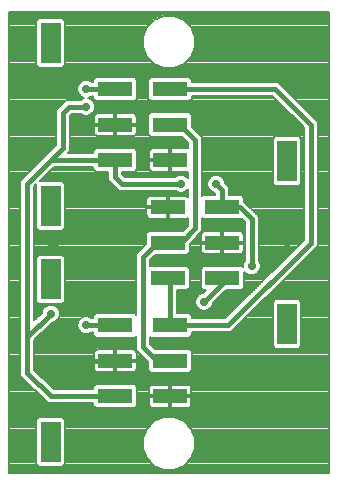
<source format=gbl>
G75*
G70*
%OFA0B0*%
%FSLAX24Y24*%
%IPPOS*%
%LPD*%
%AMOC8*
5,1,8,0,0,1.08239X$1,22.5*
%
%ADD10R,0.1150X0.0500*%
%ADD11R,0.0650X0.1350*%
%ADD12C,0.0160*%
%ADD13C,0.0290*%
%ADD14C,0.0070*%
D10*
X025730Y002897D03*
X027553Y002897D03*
X027553Y004078D03*
X025730Y004078D03*
X025730Y005259D03*
X027553Y005259D03*
X027474Y006834D03*
X029297Y006834D03*
X029297Y008015D03*
X027474Y008015D03*
X027474Y009196D03*
X029297Y009196D03*
X027553Y010771D03*
X025730Y010771D03*
X025730Y011952D03*
X027553Y011952D03*
X027553Y013133D03*
X025730Y013133D03*
D11*
X023577Y014662D03*
X031451Y010725D03*
X023577Y009242D03*
X023577Y006788D03*
X031451Y005305D03*
X023577Y001368D03*
D12*
X023577Y002897D02*
X025730Y002897D01*
X025151Y004078D02*
X024758Y004078D01*
X026648Y004551D02*
X026648Y007543D01*
X027120Y008015D01*
X027474Y008015D01*
X027907Y008015D01*
X028380Y008488D01*
X028380Y011440D01*
X027868Y011952D01*
X027553Y011952D01*
X027553Y013133D02*
X031057Y013133D01*
X032238Y011952D01*
X032238Y008015D01*
X029482Y005259D01*
X027553Y005259D01*
X027553Y006755D01*
X027474Y006834D01*
X028695Y006047D02*
X029297Y006649D01*
X029297Y006834D01*
X030270Y007228D02*
X030270Y008803D01*
X029876Y009196D01*
X029297Y009196D01*
X029297Y009775D01*
X029089Y009984D01*
X027907Y009984D02*
X025939Y009984D01*
X025730Y010192D01*
X025730Y010771D01*
X023577Y010771D01*
X023970Y011165D01*
X023970Y012346D01*
X024167Y012543D01*
X024758Y012543D01*
X024758Y013133D02*
X025730Y013133D01*
X024758Y011952D02*
X024364Y011952D01*
X023577Y010771D02*
X022789Y009984D01*
X022789Y004866D01*
X023577Y005653D01*
X024758Y005259D02*
X025730Y005259D01*
X026648Y004551D02*
X027120Y004078D01*
X027553Y004078D01*
X028026Y004078D01*
X023577Y002897D02*
X022789Y003684D01*
X022789Y004866D01*
X023577Y008015D02*
X023774Y008015D01*
X031451Y008015D02*
X031451Y008409D01*
D13*
X031451Y008015D03*
X030270Y007228D03*
X028695Y006047D03*
X024758Y005259D03*
X023577Y005653D03*
X024758Y004078D03*
X023577Y008015D03*
X027907Y009984D03*
X029089Y009984D03*
X024758Y011952D03*
X024758Y012543D03*
X024758Y013133D03*
D14*
X022187Y015704D02*
X022187Y000326D01*
X032841Y000326D01*
X032841Y015704D01*
X022187Y015704D01*
X022187Y015700D02*
X032841Y015700D01*
X032841Y015632D02*
X022187Y015632D01*
X022187Y015563D02*
X027295Y015563D01*
X027340Y015582D02*
X027019Y015449D01*
X026773Y015203D01*
X026640Y014882D01*
X026640Y014534D01*
X026773Y014213D01*
X027019Y013967D01*
X027340Y013834D01*
X027688Y013834D01*
X028009Y013967D01*
X028255Y014213D01*
X028388Y014534D01*
X028388Y014882D01*
X028255Y015203D01*
X028009Y015449D01*
X027688Y015582D01*
X027340Y015582D01*
X027129Y015495D02*
X022187Y015495D01*
X022187Y015426D02*
X023122Y015426D01*
X023097Y015401D02*
X023097Y013923D01*
X023187Y013832D01*
X023966Y013832D01*
X024057Y013923D01*
X024057Y015401D01*
X023966Y015492D01*
X023187Y015492D01*
X023097Y015401D01*
X023097Y015358D02*
X022187Y015358D01*
X022187Y015289D02*
X023097Y015289D01*
X023097Y015221D02*
X022187Y015221D01*
X022187Y015152D02*
X023097Y015152D01*
X023097Y015084D02*
X022187Y015084D01*
X022187Y015015D02*
X023097Y015015D01*
X023097Y014946D02*
X022187Y014946D01*
X022187Y014878D02*
X023097Y014878D01*
X023097Y014809D02*
X022187Y014809D01*
X022187Y014741D02*
X023097Y014741D01*
X023097Y014672D02*
X022187Y014672D01*
X022187Y014604D02*
X023097Y014604D01*
X023097Y014535D02*
X022187Y014535D01*
X022187Y014467D02*
X023097Y014467D01*
X023097Y014398D02*
X022187Y014398D01*
X022187Y014330D02*
X023097Y014330D01*
X023097Y014261D02*
X022187Y014261D01*
X022187Y014192D02*
X023097Y014192D01*
X023097Y014124D02*
X022187Y014124D01*
X022187Y014055D02*
X023097Y014055D01*
X023097Y013987D02*
X022187Y013987D01*
X022187Y013918D02*
X023101Y013918D01*
X023170Y013850D02*
X022187Y013850D01*
X022187Y013781D02*
X032841Y013781D01*
X032841Y013713D02*
X022187Y013713D01*
X022187Y013644D02*
X032841Y013644D01*
X032841Y013576D02*
X022187Y013576D01*
X022187Y013507D02*
X025060Y013507D01*
X025091Y013538D02*
X025000Y013447D01*
X025000Y013368D01*
X024947Y013368D01*
X024928Y013388D01*
X024817Y013433D01*
X024698Y013433D01*
X024588Y013388D01*
X024503Y013303D01*
X024458Y013193D01*
X024458Y013074D01*
X024503Y012963D01*
X024588Y012879D01*
X024687Y012838D01*
X024588Y012797D01*
X024569Y012778D01*
X024265Y012778D01*
X024070Y012778D01*
X023873Y012581D01*
X023735Y012443D01*
X023735Y011262D01*
X023342Y010868D01*
X022554Y010081D01*
X022554Y009886D01*
X022554Y004963D01*
X022554Y004768D01*
X022554Y003782D01*
X022554Y003587D01*
X023342Y002800D01*
X023479Y002662D01*
X025000Y002662D01*
X025000Y002583D01*
X025091Y002492D01*
X026369Y002492D01*
X026460Y002583D01*
X026460Y003211D01*
X026369Y003302D01*
X025091Y003302D01*
X025000Y003211D01*
X025000Y003132D01*
X023674Y003132D01*
X023024Y003782D01*
X023024Y004768D01*
X023609Y005353D01*
X023636Y005353D01*
X023747Y005399D01*
X023831Y005483D01*
X023877Y005593D01*
X023877Y005713D01*
X023831Y005823D01*
X023747Y005907D01*
X023636Y005953D01*
X023517Y005953D01*
X023407Y005907D01*
X023322Y005823D01*
X023277Y005713D01*
X023277Y005685D01*
X023024Y005433D01*
X023024Y009886D01*
X023097Y009959D01*
X023097Y008503D01*
X023187Y008412D01*
X023966Y008412D01*
X024057Y008503D01*
X024057Y009981D01*
X023966Y010072D01*
X023210Y010072D01*
X023674Y010536D01*
X025000Y010536D01*
X025000Y010457D01*
X025091Y010366D01*
X025495Y010366D01*
X025495Y010095D01*
X025633Y009957D01*
X025704Y009886D01*
X025842Y009749D01*
X027718Y009749D01*
X027737Y009729D01*
X027848Y009684D01*
X027967Y009684D01*
X028077Y009729D01*
X028145Y009797D01*
X028145Y009542D01*
X028132Y009554D01*
X028101Y009572D01*
X028067Y009581D01*
X027509Y009581D01*
X027509Y009231D01*
X027439Y009231D01*
X027439Y009161D01*
X026764Y009161D01*
X026764Y008928D01*
X026774Y008894D01*
X026791Y008863D01*
X026816Y008838D01*
X026847Y008820D01*
X026882Y008811D01*
X027439Y008811D01*
X027439Y009161D01*
X027509Y009161D01*
X027509Y008811D01*
X028067Y008811D01*
X028101Y008820D01*
X028132Y008838D01*
X028145Y008851D01*
X028145Y008585D01*
X027980Y008420D01*
X026835Y008420D01*
X026744Y008329D01*
X026744Y007972D01*
X026413Y007640D01*
X026413Y007445D01*
X026413Y005621D01*
X026369Y005664D01*
X025091Y005664D01*
X025000Y005573D01*
X025000Y005494D01*
X024947Y005494D01*
X024928Y005514D01*
X024817Y005559D01*
X024698Y005559D01*
X024588Y005514D01*
X024503Y005429D01*
X024458Y005319D01*
X024458Y005199D01*
X024503Y005089D01*
X024588Y005005D01*
X024698Y004959D01*
X024817Y004959D01*
X024928Y005005D01*
X024947Y005024D01*
X025000Y005024D01*
X025000Y004945D01*
X025091Y004854D01*
X026369Y004854D01*
X026413Y004897D01*
X026413Y004453D01*
X026550Y004316D01*
X026823Y004043D01*
X026823Y003764D01*
X026914Y003673D01*
X028192Y003673D01*
X028283Y003764D01*
X028283Y004392D01*
X028192Y004483D01*
X027047Y004483D01*
X026883Y004648D01*
X026883Y004886D01*
X026914Y004854D01*
X028192Y004854D01*
X028283Y004945D01*
X028283Y005024D01*
X029385Y005024D01*
X029580Y005024D01*
X032335Y007780D01*
X032473Y007918D01*
X032473Y011855D01*
X032473Y012049D01*
X031292Y013231D01*
X031154Y013368D01*
X028283Y013368D01*
X028283Y013447D01*
X028192Y013538D01*
X026914Y013538D01*
X026823Y013447D01*
X026823Y012819D01*
X026914Y012728D01*
X028192Y012728D01*
X028283Y012819D01*
X028283Y012898D01*
X030960Y012898D01*
X032003Y011855D01*
X032003Y008112D01*
X029385Y005494D01*
X028283Y005494D01*
X028283Y005573D01*
X028192Y005664D01*
X027788Y005664D01*
X027788Y006429D01*
X028114Y006429D01*
X028204Y006520D01*
X028204Y007148D01*
X028114Y007239D01*
X026883Y007239D01*
X026883Y007445D01*
X027047Y007610D01*
X028114Y007610D01*
X028204Y007701D01*
X028204Y007980D01*
X028615Y008390D01*
X028615Y008585D01*
X028615Y008834D01*
X028658Y008791D01*
X029936Y008791D01*
X029942Y008797D01*
X030035Y008705D01*
X030035Y007417D01*
X030015Y007398D01*
X029970Y007287D01*
X029970Y007206D01*
X029936Y007239D01*
X028658Y007239D01*
X028567Y007148D01*
X028567Y006520D01*
X028658Y006429D01*
X028745Y006429D01*
X028662Y006347D01*
X028635Y006347D01*
X028525Y006301D01*
X028440Y006217D01*
X028395Y006106D01*
X028395Y005987D01*
X028440Y005877D01*
X028525Y005792D01*
X028635Y005747D01*
X028754Y005747D01*
X028865Y005792D01*
X028949Y005877D01*
X028995Y005987D01*
X028995Y006014D01*
X029409Y006429D01*
X029936Y006429D01*
X030027Y006520D01*
X030027Y007046D01*
X030100Y006973D01*
X030210Y006928D01*
X030329Y006928D01*
X030440Y006973D01*
X030524Y007058D01*
X030570Y007168D01*
X030570Y007287D01*
X030524Y007398D01*
X030505Y007417D01*
X030505Y008705D01*
X030505Y008900D01*
X030027Y009377D01*
X030027Y009510D01*
X029936Y009601D01*
X029532Y009601D01*
X029532Y009678D01*
X029532Y009872D01*
X029388Y010016D01*
X029388Y010043D01*
X029343Y010154D01*
X029258Y010238D01*
X029148Y010284D01*
X029029Y010284D01*
X028919Y010238D01*
X028834Y010154D01*
X028789Y010043D01*
X028789Y009924D01*
X028834Y009814D01*
X028919Y009729D01*
X029029Y009684D01*
X029056Y009684D01*
X029062Y009678D01*
X029062Y009601D01*
X028658Y009601D01*
X028615Y009558D01*
X028615Y011538D01*
X028477Y011675D01*
X028283Y011869D01*
X028283Y012266D01*
X028192Y012357D01*
X026914Y012357D01*
X026823Y012266D01*
X026823Y011638D01*
X026914Y011547D01*
X027941Y011547D01*
X028145Y011343D01*
X028145Y011156D01*
X027588Y011156D01*
X027588Y010806D01*
X027518Y010806D01*
X027518Y010736D01*
X026843Y010736D01*
X026843Y010503D01*
X026852Y010469D01*
X026870Y010438D01*
X026895Y010413D01*
X026926Y010395D01*
X026960Y010386D01*
X027518Y010386D01*
X027518Y010736D01*
X027588Y010736D01*
X027588Y010386D01*
X028145Y010386D01*
X028145Y010170D01*
X028077Y010238D01*
X027967Y010284D01*
X027848Y010284D01*
X027737Y010238D01*
X027718Y010219D01*
X026036Y010219D01*
X025965Y010290D01*
X025965Y010366D01*
X026369Y010366D01*
X026460Y010457D01*
X026460Y011085D01*
X026369Y011176D01*
X025091Y011176D01*
X025000Y011085D01*
X025000Y011006D01*
X024144Y011006D01*
X024205Y011067D01*
X024205Y011262D01*
X024205Y012248D01*
X024265Y012308D01*
X024569Y012308D01*
X024588Y012288D01*
X024698Y012243D01*
X024817Y012243D01*
X024928Y012288D01*
X025012Y012373D01*
X025058Y012483D01*
X025058Y012602D01*
X025012Y012713D01*
X024928Y012797D01*
X024829Y012838D01*
X024928Y012879D01*
X024947Y012898D01*
X025000Y012898D01*
X025000Y012819D01*
X025091Y012728D01*
X026369Y012728D01*
X026460Y012819D01*
X026460Y013447D01*
X026369Y013538D01*
X025091Y013538D01*
X025000Y013439D02*
X022187Y013439D01*
X022187Y013370D02*
X024570Y013370D01*
X024503Y013301D02*
X022187Y013301D01*
X022187Y013233D02*
X024474Y013233D01*
X024458Y013164D02*
X022187Y013164D01*
X022187Y013096D02*
X024458Y013096D01*
X024477Y013027D02*
X022187Y013027D01*
X022187Y012959D02*
X024508Y012959D01*
X024577Y012890D02*
X022187Y012890D01*
X022187Y012822D02*
X024647Y012822D01*
X024868Y012822D02*
X025000Y012822D01*
X025000Y012890D02*
X024939Y012890D01*
X024972Y012753D02*
X025066Y012753D01*
X025024Y012685D02*
X031173Y012685D01*
X031105Y012753D02*
X028217Y012753D01*
X028283Y012822D02*
X031036Y012822D01*
X030968Y012890D02*
X028283Y012890D01*
X028283Y013370D02*
X032841Y013370D01*
X032841Y013439D02*
X028283Y013439D01*
X028223Y013507D02*
X032841Y013507D01*
X032841Y013301D02*
X031221Y013301D01*
X031290Y013233D02*
X032841Y013233D01*
X032841Y013164D02*
X031358Y013164D01*
X031427Y013096D02*
X032841Y013096D01*
X032841Y013027D02*
X031495Y013027D01*
X031564Y012959D02*
X032841Y012959D01*
X032841Y012890D02*
X031632Y012890D01*
X031701Y012822D02*
X032841Y012822D01*
X032841Y012753D02*
X031769Y012753D01*
X031838Y012685D02*
X032841Y012685D01*
X032841Y012616D02*
X031907Y012616D01*
X031975Y012547D02*
X032841Y012547D01*
X032841Y012479D02*
X032044Y012479D01*
X032112Y012410D02*
X032841Y012410D01*
X032841Y012342D02*
X032181Y012342D01*
X032249Y012273D02*
X032841Y012273D01*
X032841Y012205D02*
X032318Y012205D01*
X032386Y012136D02*
X032841Y012136D01*
X032841Y012068D02*
X032455Y012068D01*
X032473Y011999D02*
X032841Y011999D01*
X032841Y011931D02*
X032473Y011931D01*
X032473Y011862D02*
X032841Y011862D01*
X032841Y011793D02*
X032473Y011793D01*
X032473Y011725D02*
X032841Y011725D01*
X032841Y011656D02*
X032473Y011656D01*
X032473Y011588D02*
X032841Y011588D01*
X032841Y011519D02*
X032473Y011519D01*
X032473Y011451D02*
X032841Y011451D01*
X032841Y011382D02*
X032473Y011382D01*
X032473Y011314D02*
X032841Y011314D01*
X032841Y011245D02*
X032473Y011245D01*
X032473Y011177D02*
X032841Y011177D01*
X032841Y011108D02*
X032473Y011108D01*
X032473Y011039D02*
X032841Y011039D01*
X032841Y010971D02*
X032473Y010971D01*
X032473Y010902D02*
X032841Y010902D01*
X032841Y010834D02*
X032473Y010834D01*
X032473Y010765D02*
X032841Y010765D01*
X032841Y010697D02*
X032473Y010697D01*
X032473Y010628D02*
X032841Y010628D01*
X032841Y010560D02*
X032473Y010560D01*
X032473Y010491D02*
X032841Y010491D01*
X032841Y010423D02*
X032473Y010423D01*
X032473Y010354D02*
X032841Y010354D01*
X032841Y010286D02*
X032473Y010286D01*
X032473Y010217D02*
X032841Y010217D01*
X032841Y010148D02*
X032473Y010148D01*
X032473Y010080D02*
X032841Y010080D01*
X032841Y010011D02*
X032473Y010011D01*
X032473Y009943D02*
X032841Y009943D01*
X032841Y009874D02*
X032473Y009874D01*
X032473Y009806D02*
X032841Y009806D01*
X032841Y009737D02*
X032473Y009737D01*
X032473Y009669D02*
X032841Y009669D01*
X032841Y009600D02*
X032473Y009600D01*
X032473Y009532D02*
X032841Y009532D01*
X032841Y009463D02*
X032473Y009463D01*
X032473Y009394D02*
X032841Y009394D01*
X032841Y009326D02*
X032473Y009326D01*
X032473Y009257D02*
X032841Y009257D01*
X032841Y009189D02*
X032473Y009189D01*
X032473Y009120D02*
X032841Y009120D01*
X032841Y009052D02*
X032473Y009052D01*
X032473Y008983D02*
X032841Y008983D01*
X032841Y008915D02*
X032473Y008915D01*
X032473Y008846D02*
X032841Y008846D01*
X032841Y008778D02*
X032473Y008778D01*
X032473Y008709D02*
X032841Y008709D01*
X032841Y008640D02*
X032473Y008640D01*
X032473Y008572D02*
X032841Y008572D01*
X032841Y008503D02*
X032473Y008503D01*
X032473Y008435D02*
X032841Y008435D01*
X032841Y008366D02*
X032473Y008366D01*
X032473Y008298D02*
X032841Y008298D01*
X032841Y008229D02*
X032473Y008229D01*
X032473Y008161D02*
X032841Y008161D01*
X032841Y008092D02*
X032473Y008092D01*
X032473Y008024D02*
X032841Y008024D01*
X032841Y007955D02*
X032473Y007955D01*
X032442Y007886D02*
X032841Y007886D01*
X032841Y007818D02*
X032373Y007818D01*
X032305Y007749D02*
X032841Y007749D01*
X032841Y007681D02*
X032236Y007681D01*
X032168Y007612D02*
X032841Y007612D01*
X032841Y007544D02*
X032099Y007544D01*
X032031Y007475D02*
X032841Y007475D01*
X032841Y007407D02*
X031962Y007407D01*
X031893Y007338D02*
X032841Y007338D01*
X032841Y007270D02*
X031825Y007270D01*
X031756Y007201D02*
X032841Y007201D01*
X032841Y007133D02*
X031688Y007133D01*
X031619Y007064D02*
X032841Y007064D01*
X032841Y006995D02*
X031551Y006995D01*
X031482Y006927D02*
X032841Y006927D01*
X032841Y006858D02*
X031414Y006858D01*
X031345Y006790D02*
X032841Y006790D01*
X032841Y006721D02*
X031277Y006721D01*
X031208Y006653D02*
X032841Y006653D01*
X032841Y006584D02*
X031139Y006584D01*
X031071Y006516D02*
X032841Y006516D01*
X032841Y006447D02*
X031002Y006447D01*
X030934Y006379D02*
X032841Y006379D01*
X032841Y006310D02*
X030865Y006310D01*
X030797Y006241D02*
X032841Y006241D01*
X032841Y006173D02*
X030728Y006173D01*
X030660Y006104D02*
X031031Y006104D01*
X031061Y006135D02*
X030971Y006044D01*
X030971Y004566D01*
X031061Y004475D01*
X031840Y004475D01*
X031931Y004566D01*
X031931Y006044D01*
X031840Y006135D01*
X031061Y006135D01*
X030971Y006036D02*
X030591Y006036D01*
X030523Y005967D02*
X030971Y005967D01*
X030971Y005899D02*
X030454Y005899D01*
X030386Y005830D02*
X030971Y005830D01*
X030971Y005762D02*
X030317Y005762D01*
X030248Y005693D02*
X030971Y005693D01*
X030971Y005625D02*
X030180Y005625D01*
X030111Y005556D02*
X030971Y005556D01*
X030971Y005487D02*
X030043Y005487D01*
X029974Y005419D02*
X030971Y005419D01*
X030971Y005350D02*
X029906Y005350D01*
X029837Y005282D02*
X030971Y005282D01*
X030971Y005213D02*
X029769Y005213D01*
X029700Y005145D02*
X030971Y005145D01*
X030971Y005076D02*
X029632Y005076D01*
X029447Y005556D02*
X028283Y005556D01*
X028232Y005625D02*
X029515Y005625D01*
X029584Y005693D02*
X027788Y005693D01*
X027788Y005762D02*
X028599Y005762D01*
X028487Y005830D02*
X027788Y005830D01*
X027788Y005899D02*
X028431Y005899D01*
X028403Y005967D02*
X027788Y005967D01*
X027788Y006036D02*
X028395Y006036D01*
X028395Y006104D02*
X027788Y006104D01*
X027788Y006173D02*
X028422Y006173D01*
X028465Y006241D02*
X027788Y006241D01*
X027788Y006310D02*
X028547Y006310D01*
X028694Y006379D02*
X027788Y006379D01*
X028132Y006447D02*
X028640Y006447D01*
X028571Y006516D02*
X028200Y006516D01*
X028204Y006584D02*
X028567Y006584D01*
X028567Y006653D02*
X028204Y006653D01*
X028204Y006721D02*
X028567Y006721D01*
X028567Y006790D02*
X028204Y006790D01*
X028204Y006858D02*
X028567Y006858D01*
X028567Y006927D02*
X028204Y006927D01*
X028204Y006995D02*
X028567Y006995D01*
X028567Y007064D02*
X028204Y007064D01*
X028204Y007133D02*
X028567Y007133D01*
X028620Y007201D02*
X028151Y007201D01*
X028116Y007612D02*
X030035Y007612D01*
X030035Y007544D02*
X026981Y007544D01*
X026912Y007475D02*
X030035Y007475D01*
X030024Y007407D02*
X026883Y007407D01*
X026883Y007338D02*
X029991Y007338D01*
X029970Y007270D02*
X026883Y007270D01*
X026413Y007270D02*
X024057Y007270D01*
X024057Y007338D02*
X026413Y007338D01*
X026413Y007407D02*
X024057Y007407D01*
X024057Y007475D02*
X026413Y007475D01*
X026413Y007544D02*
X024040Y007544D01*
X024057Y007527D02*
X023966Y007618D01*
X023187Y007618D01*
X023097Y007527D01*
X023097Y006049D01*
X023187Y005958D01*
X023966Y005958D01*
X024057Y006049D01*
X024057Y007527D01*
X023972Y007612D02*
X026413Y007612D01*
X026453Y007681D02*
X023024Y007681D01*
X023024Y007749D02*
X026522Y007749D01*
X026591Y007818D02*
X023024Y007818D01*
X023024Y007886D02*
X026659Y007886D01*
X026728Y007955D02*
X023024Y007955D01*
X023024Y008024D02*
X026744Y008024D01*
X026744Y008092D02*
X023024Y008092D01*
X023024Y008161D02*
X026744Y008161D01*
X026744Y008229D02*
X023024Y008229D01*
X023024Y008298D02*
X026744Y008298D01*
X026781Y008366D02*
X023024Y008366D01*
X023024Y008435D02*
X023165Y008435D01*
X023097Y008503D02*
X023024Y008503D01*
X023024Y008572D02*
X023097Y008572D01*
X023097Y008640D02*
X023024Y008640D01*
X023024Y008709D02*
X023097Y008709D01*
X023097Y008778D02*
X023024Y008778D01*
X023024Y008846D02*
X023097Y008846D01*
X023097Y008915D02*
X023024Y008915D01*
X023024Y008983D02*
X023097Y008983D01*
X023097Y009052D02*
X023024Y009052D01*
X023024Y009120D02*
X023097Y009120D01*
X023097Y009189D02*
X023024Y009189D01*
X023024Y009257D02*
X023097Y009257D01*
X023097Y009326D02*
X023024Y009326D01*
X023024Y009394D02*
X023097Y009394D01*
X023097Y009463D02*
X023024Y009463D01*
X023024Y009532D02*
X023097Y009532D01*
X023097Y009600D02*
X023024Y009600D01*
X023024Y009669D02*
X023097Y009669D01*
X023097Y009737D02*
X023024Y009737D01*
X023024Y009806D02*
X023097Y009806D01*
X023097Y009874D02*
X023024Y009874D01*
X023081Y009943D02*
X023097Y009943D01*
X023218Y010080D02*
X025510Y010080D01*
X025495Y010148D02*
X023286Y010148D01*
X023355Y010217D02*
X025495Y010217D01*
X025495Y010286D02*
X023423Y010286D01*
X023492Y010354D02*
X025495Y010354D01*
X025965Y010354D02*
X028145Y010354D01*
X028145Y010286D02*
X025969Y010286D01*
X025579Y010011D02*
X024027Y010011D01*
X024057Y009943D02*
X025647Y009943D01*
X025716Y009874D02*
X024057Y009874D01*
X024057Y009806D02*
X025784Y009806D01*
X026426Y010423D02*
X026886Y010423D01*
X026846Y010491D02*
X026460Y010491D01*
X026460Y010560D02*
X026843Y010560D01*
X026843Y010628D02*
X026460Y010628D01*
X026460Y010697D02*
X026843Y010697D01*
X026843Y010806D02*
X027518Y010806D01*
X027518Y011156D01*
X026960Y011156D01*
X026926Y011147D01*
X026895Y011129D01*
X026870Y011104D01*
X026852Y011073D01*
X026843Y011039D01*
X026843Y010806D01*
X026843Y010834D02*
X026460Y010834D01*
X026460Y010902D02*
X026843Y010902D01*
X026843Y010971D02*
X026460Y010971D01*
X026460Y011039D02*
X026843Y011039D01*
X026874Y011108D02*
X026437Y011108D01*
X026323Y011567D02*
X025765Y011567D01*
X025765Y011917D01*
X025695Y011917D01*
X025020Y011917D01*
X025020Y011684D01*
X025029Y011650D01*
X025047Y011619D01*
X025072Y011594D01*
X025103Y011576D01*
X025137Y011567D01*
X025695Y011567D01*
X025695Y011917D01*
X025695Y011987D01*
X025020Y011987D01*
X025020Y012220D01*
X025029Y012254D01*
X025047Y012285D01*
X025072Y012310D01*
X025103Y012328D01*
X025137Y012337D01*
X025695Y012337D01*
X025695Y011987D01*
X025765Y011987D01*
X025765Y012337D01*
X026323Y012337D01*
X026357Y012328D01*
X026388Y012310D01*
X026413Y012285D01*
X026431Y012254D01*
X026440Y012220D01*
X026440Y011987D01*
X025765Y011987D01*
X025765Y011917D01*
X026440Y011917D01*
X026440Y011684D01*
X026431Y011650D01*
X026413Y011619D01*
X026388Y011594D01*
X026357Y011576D01*
X026323Y011567D01*
X026377Y011588D02*
X026873Y011588D01*
X026823Y011656D02*
X026433Y011656D01*
X026440Y011725D02*
X026823Y011725D01*
X026823Y011793D02*
X026440Y011793D01*
X026440Y011862D02*
X026823Y011862D01*
X026823Y011931D02*
X025765Y011931D01*
X025765Y011999D02*
X025695Y011999D01*
X025695Y011931D02*
X024205Y011931D01*
X024205Y011999D02*
X025020Y011999D01*
X025020Y012068D02*
X024205Y012068D01*
X024205Y012136D02*
X025020Y012136D01*
X025020Y012205D02*
X024205Y012205D01*
X024230Y012273D02*
X024624Y012273D01*
X024891Y012273D02*
X025040Y012273D01*
X024981Y012342D02*
X026899Y012342D01*
X026830Y012273D02*
X026420Y012273D01*
X026440Y012205D02*
X026823Y012205D01*
X026823Y012136D02*
X026440Y012136D01*
X026440Y012068D02*
X026823Y012068D01*
X026823Y011999D02*
X026440Y011999D01*
X025765Y012068D02*
X025695Y012068D01*
X025695Y012136D02*
X025765Y012136D01*
X025765Y012205D02*
X025695Y012205D01*
X025695Y012273D02*
X025765Y012273D01*
X025056Y012479D02*
X031379Y012479D01*
X031310Y012547D02*
X025058Y012547D01*
X025052Y012616D02*
X031242Y012616D01*
X031448Y012410D02*
X025028Y012410D01*
X024045Y012753D02*
X022187Y012753D01*
X022187Y012685D02*
X023977Y012685D01*
X023908Y012616D02*
X022187Y012616D01*
X022187Y012547D02*
X023840Y012547D01*
X023771Y012479D02*
X022187Y012479D01*
X022187Y012410D02*
X023735Y012410D01*
X023735Y012342D02*
X022187Y012342D01*
X022187Y012273D02*
X023735Y012273D01*
X023735Y012205D02*
X022187Y012205D01*
X022187Y012136D02*
X023735Y012136D01*
X023735Y012068D02*
X022187Y012068D01*
X022187Y011999D02*
X023735Y011999D01*
X023735Y011931D02*
X022187Y011931D01*
X022187Y011862D02*
X023735Y011862D01*
X023735Y011793D02*
X022187Y011793D01*
X022187Y011725D02*
X023735Y011725D01*
X023735Y011656D02*
X022187Y011656D01*
X022187Y011588D02*
X023735Y011588D01*
X023735Y011519D02*
X022187Y011519D01*
X022187Y011451D02*
X023735Y011451D01*
X023735Y011382D02*
X022187Y011382D01*
X022187Y011314D02*
X023735Y011314D01*
X023718Y011245D02*
X022187Y011245D01*
X022187Y011177D02*
X023650Y011177D01*
X023581Y011108D02*
X022187Y011108D01*
X022187Y011039D02*
X023513Y011039D01*
X023444Y010971D02*
X022187Y010971D01*
X022187Y010902D02*
X023376Y010902D01*
X023342Y010868D02*
X023342Y010868D01*
X023307Y010834D02*
X022187Y010834D01*
X022187Y010765D02*
X023239Y010765D01*
X023170Y010697D02*
X022187Y010697D01*
X022187Y010628D02*
X023102Y010628D01*
X023033Y010560D02*
X022187Y010560D01*
X022187Y010491D02*
X022965Y010491D01*
X022896Y010423D02*
X022187Y010423D01*
X022187Y010354D02*
X022827Y010354D01*
X022759Y010286D02*
X022187Y010286D01*
X022187Y010217D02*
X022690Y010217D01*
X022622Y010148D02*
X022187Y010148D01*
X022187Y010080D02*
X022554Y010080D01*
X022554Y010011D02*
X022187Y010011D01*
X022187Y009943D02*
X022554Y009943D01*
X022554Y009874D02*
X022187Y009874D01*
X022187Y009806D02*
X022554Y009806D01*
X022554Y009737D02*
X022187Y009737D01*
X022187Y009669D02*
X022554Y009669D01*
X022554Y009600D02*
X022187Y009600D01*
X022187Y009532D02*
X022554Y009532D01*
X022554Y009463D02*
X022187Y009463D01*
X022187Y009394D02*
X022554Y009394D01*
X022554Y009326D02*
X022187Y009326D01*
X022187Y009257D02*
X022554Y009257D01*
X022554Y009189D02*
X022187Y009189D01*
X022187Y009120D02*
X022554Y009120D01*
X022554Y009052D02*
X022187Y009052D01*
X022187Y008983D02*
X022554Y008983D01*
X022554Y008915D02*
X022187Y008915D01*
X022187Y008846D02*
X022554Y008846D01*
X022554Y008778D02*
X022187Y008778D01*
X022187Y008709D02*
X022554Y008709D01*
X022554Y008640D02*
X022187Y008640D01*
X022187Y008572D02*
X022554Y008572D01*
X022554Y008503D02*
X022187Y008503D01*
X022187Y008435D02*
X022554Y008435D01*
X022554Y008366D02*
X022187Y008366D01*
X022187Y008298D02*
X022554Y008298D01*
X022554Y008229D02*
X022187Y008229D01*
X022187Y008161D02*
X022554Y008161D01*
X022554Y008092D02*
X022187Y008092D01*
X022187Y008024D02*
X022554Y008024D01*
X022554Y007955D02*
X022187Y007955D01*
X022187Y007886D02*
X022554Y007886D01*
X022554Y007818D02*
X022187Y007818D01*
X022187Y007749D02*
X022554Y007749D01*
X022554Y007681D02*
X022187Y007681D01*
X022187Y007612D02*
X022554Y007612D01*
X022554Y007544D02*
X022187Y007544D01*
X022187Y007475D02*
X022554Y007475D01*
X022554Y007407D02*
X022187Y007407D01*
X022187Y007338D02*
X022554Y007338D01*
X022554Y007270D02*
X022187Y007270D01*
X022187Y007201D02*
X022554Y007201D01*
X022554Y007133D02*
X022187Y007133D01*
X022187Y007064D02*
X022554Y007064D01*
X022554Y006995D02*
X022187Y006995D01*
X022187Y006927D02*
X022554Y006927D01*
X022554Y006858D02*
X022187Y006858D01*
X022187Y006790D02*
X022554Y006790D01*
X022554Y006721D02*
X022187Y006721D01*
X022187Y006653D02*
X022554Y006653D01*
X022554Y006584D02*
X022187Y006584D01*
X022187Y006516D02*
X022554Y006516D01*
X022554Y006447D02*
X022187Y006447D01*
X022187Y006379D02*
X022554Y006379D01*
X022554Y006310D02*
X022187Y006310D01*
X022187Y006241D02*
X022554Y006241D01*
X022554Y006173D02*
X022187Y006173D01*
X022187Y006104D02*
X022554Y006104D01*
X022554Y006036D02*
X022187Y006036D01*
X022187Y005967D02*
X022554Y005967D01*
X022554Y005899D02*
X022187Y005899D01*
X022187Y005830D02*
X022554Y005830D01*
X022554Y005762D02*
X022187Y005762D01*
X022187Y005693D02*
X022554Y005693D01*
X022554Y005625D02*
X022187Y005625D01*
X022187Y005556D02*
X022554Y005556D01*
X022554Y005487D02*
X022187Y005487D01*
X022187Y005419D02*
X022554Y005419D01*
X022554Y005350D02*
X022187Y005350D01*
X022187Y005282D02*
X022554Y005282D01*
X022554Y005213D02*
X022187Y005213D01*
X022187Y005145D02*
X022554Y005145D01*
X022554Y005076D02*
X022187Y005076D01*
X022187Y005008D02*
X022554Y005008D01*
X022554Y004939D02*
X022187Y004939D01*
X022187Y004871D02*
X022554Y004871D01*
X022554Y004802D02*
X022187Y004802D01*
X022187Y004734D02*
X022554Y004734D01*
X022554Y004665D02*
X022187Y004665D01*
X022187Y004596D02*
X022554Y004596D01*
X022554Y004528D02*
X022187Y004528D01*
X022187Y004459D02*
X022554Y004459D01*
X022554Y004391D02*
X022187Y004391D01*
X022187Y004322D02*
X022554Y004322D01*
X022554Y004254D02*
X022187Y004254D01*
X022187Y004185D02*
X022554Y004185D01*
X022554Y004117D02*
X022187Y004117D01*
X022187Y004048D02*
X022554Y004048D01*
X022554Y003980D02*
X022187Y003980D01*
X022187Y003911D02*
X022554Y003911D01*
X022554Y003842D02*
X022187Y003842D01*
X022187Y003774D02*
X022554Y003774D01*
X022554Y003705D02*
X022187Y003705D01*
X022187Y003637D02*
X022554Y003637D01*
X022573Y003568D02*
X022187Y003568D01*
X022187Y003500D02*
X022642Y003500D01*
X022710Y003431D02*
X022187Y003431D01*
X022187Y003363D02*
X022779Y003363D01*
X022847Y003294D02*
X022187Y003294D01*
X022187Y003226D02*
X022916Y003226D01*
X022984Y003157D02*
X022187Y003157D01*
X022187Y003088D02*
X023053Y003088D01*
X023121Y003020D02*
X022187Y003020D01*
X022187Y002951D02*
X023190Y002951D01*
X023259Y002883D02*
X022187Y002883D01*
X022187Y002814D02*
X023327Y002814D01*
X023396Y002746D02*
X022187Y002746D01*
X022187Y002677D02*
X023464Y002677D01*
X023649Y003157D02*
X025000Y003157D01*
X025015Y003226D02*
X023580Y003226D01*
X023512Y003294D02*
X025083Y003294D01*
X025137Y003693D02*
X025695Y003693D01*
X025695Y004043D01*
X025020Y004043D01*
X025020Y003810D01*
X025029Y003776D01*
X025047Y003745D01*
X025072Y003720D01*
X025103Y003702D01*
X025137Y003693D01*
X025098Y003705D02*
X023101Y003705D01*
X023169Y003637D02*
X032841Y003637D01*
X032841Y003705D02*
X028224Y003705D01*
X028283Y003774D02*
X032841Y003774D01*
X032841Y003842D02*
X028283Y003842D01*
X028283Y003911D02*
X032841Y003911D01*
X032841Y003980D02*
X028283Y003980D01*
X028283Y004048D02*
X032841Y004048D01*
X032841Y004117D02*
X028283Y004117D01*
X028283Y004185D02*
X032841Y004185D01*
X032841Y004254D02*
X028283Y004254D01*
X028283Y004322D02*
X032841Y004322D01*
X032841Y004391D02*
X028283Y004391D01*
X028216Y004459D02*
X032841Y004459D01*
X032841Y004528D02*
X031893Y004528D01*
X031931Y004596D02*
X032841Y004596D01*
X032841Y004665D02*
X031931Y004665D01*
X031931Y004734D02*
X032841Y004734D01*
X032841Y004802D02*
X031931Y004802D01*
X031931Y004871D02*
X032841Y004871D01*
X032841Y004939D02*
X031931Y004939D01*
X031931Y005008D02*
X032841Y005008D01*
X032841Y005076D02*
X031931Y005076D01*
X031931Y005145D02*
X032841Y005145D01*
X032841Y005213D02*
X031931Y005213D01*
X031931Y005282D02*
X032841Y005282D01*
X032841Y005350D02*
X031931Y005350D01*
X031931Y005419D02*
X032841Y005419D01*
X032841Y005487D02*
X031931Y005487D01*
X031931Y005556D02*
X032841Y005556D01*
X032841Y005625D02*
X031931Y005625D01*
X031931Y005693D02*
X032841Y005693D01*
X032841Y005762D02*
X031931Y005762D01*
X031931Y005830D02*
X032841Y005830D01*
X032841Y005899D02*
X031931Y005899D01*
X031931Y005967D02*
X032841Y005967D01*
X032841Y006036D02*
X031931Y006036D01*
X031871Y006104D02*
X032841Y006104D01*
X030955Y007064D02*
X030526Y007064D01*
X030555Y007133D02*
X031023Y007133D01*
X031092Y007201D02*
X030570Y007201D01*
X030570Y007270D02*
X031160Y007270D01*
X031229Y007338D02*
X030549Y007338D01*
X030515Y007407D02*
X031297Y007407D01*
X031366Y007475D02*
X030505Y007475D01*
X030505Y007544D02*
X031434Y007544D01*
X031503Y007612D02*
X030505Y007612D01*
X030505Y007681D02*
X031572Y007681D01*
X031640Y007749D02*
X030505Y007749D01*
X030505Y007818D02*
X031709Y007818D01*
X031777Y007886D02*
X030505Y007886D01*
X030505Y007955D02*
X031846Y007955D01*
X031914Y008024D02*
X030505Y008024D01*
X030505Y008092D02*
X031983Y008092D01*
X032003Y008161D02*
X030505Y008161D01*
X030505Y008229D02*
X032003Y008229D01*
X032003Y008298D02*
X030505Y008298D01*
X030505Y008366D02*
X032003Y008366D01*
X032003Y008435D02*
X030505Y008435D01*
X030505Y008503D02*
X032003Y008503D01*
X032003Y008572D02*
X030505Y008572D01*
X030505Y008640D02*
X032003Y008640D01*
X032003Y008709D02*
X030505Y008709D01*
X030505Y008778D02*
X032003Y008778D01*
X032003Y008846D02*
X030505Y008846D01*
X030490Y008915D02*
X032003Y008915D01*
X032003Y008983D02*
X030421Y008983D01*
X030353Y009052D02*
X032003Y009052D01*
X032003Y009120D02*
X030284Y009120D01*
X030216Y009189D02*
X032003Y009189D01*
X032003Y009257D02*
X030147Y009257D01*
X030079Y009326D02*
X032003Y009326D01*
X032003Y009394D02*
X030027Y009394D01*
X030027Y009463D02*
X032003Y009463D01*
X032003Y009532D02*
X030006Y009532D01*
X029937Y009600D02*
X032003Y009600D01*
X032003Y009669D02*
X029532Y009669D01*
X029532Y009737D02*
X032003Y009737D01*
X032003Y009806D02*
X029532Y009806D01*
X029530Y009874D02*
X032003Y009874D01*
X032003Y009943D02*
X031888Y009943D01*
X031931Y009986D02*
X031840Y009895D01*
X031061Y009895D01*
X030971Y009986D01*
X030971Y011464D01*
X031061Y011555D01*
X031840Y011555D01*
X031931Y011464D01*
X031931Y009986D01*
X031931Y010011D02*
X032003Y010011D01*
X032003Y010080D02*
X031931Y010080D01*
X031931Y010148D02*
X032003Y010148D01*
X032003Y010217D02*
X031931Y010217D01*
X031931Y010286D02*
X032003Y010286D01*
X032003Y010354D02*
X031931Y010354D01*
X031931Y010423D02*
X032003Y010423D01*
X032003Y010491D02*
X031931Y010491D01*
X031931Y010560D02*
X032003Y010560D01*
X032003Y010628D02*
X031931Y010628D01*
X031931Y010697D02*
X032003Y010697D01*
X032003Y010765D02*
X031931Y010765D01*
X031931Y010834D02*
X032003Y010834D01*
X032003Y010902D02*
X031931Y010902D01*
X031931Y010971D02*
X032003Y010971D01*
X032003Y011039D02*
X031931Y011039D01*
X031931Y011108D02*
X032003Y011108D01*
X032003Y011177D02*
X031931Y011177D01*
X031931Y011245D02*
X032003Y011245D01*
X032003Y011314D02*
X031931Y011314D01*
X031931Y011382D02*
X032003Y011382D01*
X032003Y011451D02*
X031931Y011451D01*
X031876Y011519D02*
X032003Y011519D01*
X032003Y011588D02*
X028565Y011588D01*
X028615Y011519D02*
X031026Y011519D01*
X030971Y011451D02*
X028615Y011451D01*
X028615Y011382D02*
X030971Y011382D01*
X030971Y011314D02*
X028615Y011314D01*
X028615Y011245D02*
X030971Y011245D01*
X030971Y011177D02*
X028615Y011177D01*
X028615Y011108D02*
X030971Y011108D01*
X030971Y011039D02*
X028615Y011039D01*
X028615Y010971D02*
X030971Y010971D01*
X030971Y010902D02*
X028615Y010902D01*
X028615Y010834D02*
X030971Y010834D01*
X030971Y010765D02*
X028615Y010765D01*
X028615Y010697D02*
X030971Y010697D01*
X030971Y010628D02*
X028615Y010628D01*
X028615Y010560D02*
X030971Y010560D01*
X030971Y010491D02*
X028615Y010491D01*
X028615Y010423D02*
X030971Y010423D01*
X030971Y010354D02*
X028615Y010354D01*
X028615Y010286D02*
X030971Y010286D01*
X030971Y010217D02*
X029279Y010217D01*
X029345Y010148D02*
X030971Y010148D01*
X030971Y010080D02*
X029373Y010080D01*
X029393Y010011D02*
X030971Y010011D01*
X031014Y009943D02*
X029462Y009943D01*
X029062Y009669D02*
X028615Y009669D01*
X028615Y009737D02*
X028911Y009737D01*
X028842Y009806D02*
X028615Y009806D01*
X028615Y009874D02*
X028809Y009874D01*
X028789Y009943D02*
X028615Y009943D01*
X028615Y010011D02*
X028789Y010011D01*
X028804Y010080D02*
X028615Y010080D01*
X028615Y010148D02*
X028832Y010148D01*
X028898Y010217D02*
X028615Y010217D01*
X028145Y010217D02*
X028098Y010217D01*
X027588Y010423D02*
X027518Y010423D01*
X027518Y010491D02*
X027588Y010491D01*
X027588Y010560D02*
X027518Y010560D01*
X027518Y010628D02*
X027588Y010628D01*
X027588Y010697D02*
X027518Y010697D01*
X027518Y010765D02*
X026460Y010765D01*
X027518Y010834D02*
X027588Y010834D01*
X027588Y010902D02*
X027518Y010902D01*
X027518Y010971D02*
X027588Y010971D01*
X027588Y011039D02*
X027518Y011039D01*
X027518Y011108D02*
X027588Y011108D01*
X027969Y011519D02*
X024205Y011519D01*
X024205Y011451D02*
X028037Y011451D01*
X028106Y011382D02*
X024205Y011382D01*
X024205Y011314D02*
X028145Y011314D01*
X028145Y011245D02*
X024205Y011245D01*
X024205Y011177D02*
X028145Y011177D01*
X028496Y011656D02*
X032003Y011656D01*
X032003Y011725D02*
X028428Y011725D01*
X028359Y011793D02*
X032003Y011793D01*
X031996Y011862D02*
X028290Y011862D01*
X028283Y011931D02*
X031927Y011931D01*
X031859Y011999D02*
X028283Y011999D01*
X028283Y012068D02*
X031790Y012068D01*
X031722Y012136D02*
X028283Y012136D01*
X028283Y012205D02*
X031653Y012205D01*
X031585Y012273D02*
X028276Y012273D01*
X028208Y012342D02*
X031516Y012342D01*
X032841Y013850D02*
X027725Y013850D01*
X027891Y013918D02*
X032841Y013918D01*
X032841Y013987D02*
X028029Y013987D01*
X028097Y014055D02*
X032841Y014055D01*
X032841Y014124D02*
X028166Y014124D01*
X028234Y014192D02*
X032841Y014192D01*
X032841Y014261D02*
X028274Y014261D01*
X028303Y014330D02*
X032841Y014330D01*
X032841Y014398D02*
X028331Y014398D01*
X028360Y014467D02*
X032841Y014467D01*
X032841Y014535D02*
X028388Y014535D01*
X028388Y014604D02*
X032841Y014604D01*
X032841Y014672D02*
X028388Y014672D01*
X028388Y014741D02*
X032841Y014741D01*
X032841Y014809D02*
X028388Y014809D01*
X028388Y014878D02*
X032841Y014878D01*
X032841Y014946D02*
X028361Y014946D01*
X028333Y015015D02*
X032841Y015015D01*
X032841Y015084D02*
X028304Y015084D01*
X028276Y015152D02*
X032841Y015152D01*
X032841Y015221D02*
X028237Y015221D01*
X028169Y015289D02*
X032841Y015289D01*
X032841Y015358D02*
X028100Y015358D01*
X028031Y015426D02*
X032841Y015426D01*
X032841Y015495D02*
X027898Y015495D01*
X027733Y015563D02*
X032841Y015563D01*
X027302Y013850D02*
X023984Y013850D01*
X024052Y013918D02*
X027136Y013918D01*
X026999Y013987D02*
X024057Y013987D01*
X024057Y014055D02*
X026930Y014055D01*
X026862Y014124D02*
X024057Y014124D01*
X024057Y014192D02*
X026793Y014192D01*
X026753Y014261D02*
X024057Y014261D01*
X024057Y014330D02*
X026724Y014330D01*
X026696Y014398D02*
X024057Y014398D01*
X024057Y014467D02*
X026668Y014467D01*
X026640Y014535D02*
X024057Y014535D01*
X024057Y014604D02*
X026640Y014604D01*
X026640Y014672D02*
X024057Y014672D01*
X024057Y014741D02*
X026640Y014741D01*
X026640Y014809D02*
X024057Y014809D01*
X024057Y014878D02*
X026640Y014878D01*
X026666Y014946D02*
X024057Y014946D01*
X024057Y015015D02*
X026695Y015015D01*
X026723Y015084D02*
X024057Y015084D01*
X024057Y015152D02*
X026752Y015152D01*
X026790Y015221D02*
X024057Y015221D01*
X024057Y015289D02*
X026859Y015289D01*
X026927Y015358D02*
X024057Y015358D01*
X024032Y015426D02*
X026996Y015426D01*
X026883Y013507D02*
X026401Y013507D01*
X026460Y013439D02*
X026823Y013439D01*
X026823Y013370D02*
X026460Y013370D01*
X026460Y013301D02*
X026823Y013301D01*
X026823Y013233D02*
X026460Y013233D01*
X026460Y013164D02*
X026823Y013164D01*
X026823Y013096D02*
X026460Y013096D01*
X026460Y013027D02*
X026823Y013027D01*
X026823Y012959D02*
X026460Y012959D01*
X026460Y012890D02*
X026823Y012890D01*
X026823Y012822D02*
X026460Y012822D01*
X026394Y012753D02*
X026889Y012753D01*
X025765Y011862D02*
X025695Y011862D01*
X025695Y011793D02*
X025765Y011793D01*
X025765Y011725D02*
X025695Y011725D01*
X025695Y011656D02*
X025765Y011656D01*
X025765Y011588D02*
X025695Y011588D01*
X025083Y011588D02*
X024205Y011588D01*
X024205Y011656D02*
X025028Y011656D01*
X025020Y011725D02*
X024205Y011725D01*
X024205Y011793D02*
X025020Y011793D01*
X025020Y011862D02*
X024205Y011862D01*
X024205Y011108D02*
X025023Y011108D01*
X025000Y011039D02*
X024177Y011039D01*
X023674Y010536D02*
X023674Y010536D01*
X023629Y010491D02*
X025000Y010491D01*
X025034Y010423D02*
X023561Y010423D01*
X024057Y009737D02*
X027730Y009737D01*
X027509Y009532D02*
X027439Y009532D01*
X027439Y009581D02*
X026882Y009581D01*
X026847Y009572D01*
X026816Y009554D01*
X026791Y009529D01*
X026774Y009498D01*
X026764Y009464D01*
X026764Y009231D01*
X027439Y009231D01*
X027439Y009581D01*
X027439Y009463D02*
X027509Y009463D01*
X027509Y009394D02*
X027439Y009394D01*
X027439Y009326D02*
X027509Y009326D01*
X027509Y009257D02*
X027439Y009257D01*
X027439Y009189D02*
X024057Y009189D01*
X024057Y009257D02*
X026764Y009257D01*
X026764Y009326D02*
X024057Y009326D01*
X024057Y009394D02*
X026764Y009394D01*
X026764Y009463D02*
X024057Y009463D01*
X024057Y009532D02*
X026794Y009532D01*
X026764Y009120D02*
X024057Y009120D01*
X024057Y009052D02*
X026764Y009052D01*
X026764Y008983D02*
X024057Y008983D01*
X024057Y008915D02*
X026768Y008915D01*
X026809Y008846D02*
X024057Y008846D01*
X024057Y008778D02*
X028145Y008778D01*
X028140Y008846D02*
X028145Y008846D01*
X028145Y008709D02*
X024057Y008709D01*
X024057Y008640D02*
X028145Y008640D01*
X028132Y008572D02*
X024057Y008572D01*
X024057Y008503D02*
X028063Y008503D01*
X027995Y008435D02*
X023989Y008435D01*
X023182Y007612D02*
X023024Y007612D01*
X023024Y007544D02*
X023113Y007544D01*
X023097Y007475D02*
X023024Y007475D01*
X023024Y007407D02*
X023097Y007407D01*
X023097Y007338D02*
X023024Y007338D01*
X023024Y007270D02*
X023097Y007270D01*
X023097Y007201D02*
X023024Y007201D01*
X023024Y007133D02*
X023097Y007133D01*
X023097Y007064D02*
X023024Y007064D01*
X023024Y006995D02*
X023097Y006995D01*
X023097Y006927D02*
X023024Y006927D01*
X023024Y006858D02*
X023097Y006858D01*
X023097Y006790D02*
X023024Y006790D01*
X023024Y006721D02*
X023097Y006721D01*
X023097Y006653D02*
X023024Y006653D01*
X023024Y006584D02*
X023097Y006584D01*
X023097Y006516D02*
X023024Y006516D01*
X023024Y006447D02*
X023097Y006447D01*
X023097Y006379D02*
X023024Y006379D01*
X023024Y006310D02*
X023097Y006310D01*
X023097Y006241D02*
X023024Y006241D01*
X023024Y006173D02*
X023097Y006173D01*
X023097Y006104D02*
X023024Y006104D01*
X023024Y006036D02*
X023110Y006036D01*
X023178Y005967D02*
X023024Y005967D01*
X023024Y005899D02*
X023398Y005899D01*
X023330Y005830D02*
X023024Y005830D01*
X023024Y005762D02*
X023297Y005762D01*
X023277Y005693D02*
X023024Y005693D01*
X023024Y005625D02*
X023216Y005625D01*
X023148Y005556D02*
X023024Y005556D01*
X023024Y005487D02*
X023079Y005487D01*
X023606Y005350D02*
X024471Y005350D01*
X024458Y005282D02*
X023538Y005282D01*
X023469Y005213D02*
X024458Y005213D01*
X024480Y005145D02*
X023401Y005145D01*
X023332Y005076D02*
X024516Y005076D01*
X024585Y005008D02*
X023264Y005008D01*
X023195Y004939D02*
X025006Y004939D01*
X025000Y005008D02*
X024931Y005008D01*
X025075Y004871D02*
X023127Y004871D01*
X023058Y004802D02*
X026413Y004802D01*
X026413Y004734D02*
X023024Y004734D01*
X023024Y004665D02*
X026413Y004665D01*
X026413Y004596D02*
X023024Y004596D01*
X023024Y004528D02*
X026413Y004528D01*
X026413Y004459D02*
X026337Y004459D01*
X026323Y004463D02*
X025765Y004463D01*
X025765Y004113D01*
X025695Y004113D01*
X025695Y004043D01*
X025765Y004043D01*
X025765Y003693D01*
X026323Y003693D01*
X026357Y003702D01*
X026388Y003720D01*
X026413Y003745D01*
X026431Y003776D01*
X026440Y003810D01*
X026440Y004043D01*
X025765Y004043D01*
X025765Y004113D01*
X026440Y004113D01*
X026440Y004346D01*
X026431Y004380D01*
X026413Y004411D01*
X026388Y004436D01*
X026357Y004454D01*
X026323Y004463D01*
X026425Y004391D02*
X026475Y004391D01*
X026440Y004322D02*
X026544Y004322D01*
X026612Y004254D02*
X026440Y004254D01*
X026440Y004185D02*
X026681Y004185D01*
X026749Y004117D02*
X026440Y004117D01*
X026440Y003980D02*
X026823Y003980D01*
X026818Y004048D02*
X025765Y004048D01*
X025765Y003980D02*
X025695Y003980D01*
X025695Y004048D02*
X023024Y004048D01*
X023024Y003980D02*
X025020Y003980D01*
X025020Y003911D02*
X023024Y003911D01*
X023024Y003842D02*
X025020Y003842D01*
X025031Y003774D02*
X023032Y003774D01*
X023238Y003568D02*
X032841Y003568D01*
X032841Y003500D02*
X023306Y003500D01*
X023375Y003431D02*
X032841Y003431D01*
X032841Y003363D02*
X023443Y003363D01*
X022187Y002609D02*
X025000Y002609D01*
X025043Y002540D02*
X022187Y002540D01*
X022187Y002472D02*
X032841Y002472D01*
X032841Y002540D02*
X028212Y002540D01*
X028211Y002539D02*
X028236Y002564D01*
X028254Y002595D01*
X028263Y002629D01*
X028263Y002862D01*
X027588Y002862D01*
X027588Y002512D01*
X028146Y002512D01*
X028180Y002521D01*
X028211Y002539D01*
X028257Y002609D02*
X032841Y002609D01*
X032841Y002677D02*
X028263Y002677D01*
X028263Y002746D02*
X032841Y002746D01*
X032841Y002814D02*
X028263Y002814D01*
X028263Y002932D02*
X028263Y003165D01*
X028254Y003199D01*
X028236Y003230D01*
X028211Y003255D01*
X028180Y003273D01*
X028146Y003282D01*
X027588Y003282D01*
X027588Y002932D01*
X027518Y002932D01*
X027518Y002862D01*
X026843Y002862D01*
X026843Y002629D01*
X026852Y002595D01*
X026870Y002564D01*
X026895Y002539D01*
X026926Y002521D01*
X026960Y002512D01*
X027518Y002512D01*
X027518Y002862D01*
X027588Y002862D01*
X027588Y002932D01*
X028263Y002932D01*
X028263Y002951D02*
X032841Y002951D01*
X032841Y002883D02*
X027588Y002883D01*
X027588Y002951D02*
X027518Y002951D01*
X027518Y002932D02*
X027518Y003282D01*
X026960Y003282D01*
X026926Y003273D01*
X026895Y003255D01*
X026870Y003230D01*
X026852Y003199D01*
X026843Y003165D01*
X026843Y002932D01*
X027518Y002932D01*
X027518Y002883D02*
X026460Y002883D01*
X026460Y002951D02*
X026843Y002951D01*
X026843Y003020D02*
X026460Y003020D01*
X026460Y003088D02*
X026843Y003088D01*
X026843Y003157D02*
X026460Y003157D01*
X026446Y003226D02*
X026868Y003226D01*
X026377Y003294D02*
X032841Y003294D01*
X032841Y003226D02*
X028239Y003226D01*
X028263Y003157D02*
X032841Y003157D01*
X032841Y003088D02*
X028263Y003088D01*
X028263Y003020D02*
X032841Y003020D01*
X032841Y002403D02*
X022187Y002403D01*
X022187Y002334D02*
X032841Y002334D01*
X032841Y002266D02*
X022187Y002266D01*
X022187Y002197D02*
X023187Y002197D01*
X023187Y002198D02*
X023097Y002107D01*
X023097Y000629D01*
X023187Y000538D01*
X023966Y000538D01*
X024057Y000629D01*
X024057Y002107D01*
X023966Y002198D01*
X023187Y002198D01*
X023118Y002129D02*
X022187Y002129D01*
X022187Y002060D02*
X023097Y002060D01*
X023097Y001992D02*
X022187Y001992D01*
X022187Y001923D02*
X023097Y001923D01*
X023097Y001855D02*
X022187Y001855D01*
X022187Y001786D02*
X023097Y001786D01*
X023097Y001718D02*
X022187Y001718D01*
X022187Y001649D02*
X023097Y001649D01*
X023097Y001581D02*
X022187Y001581D01*
X022187Y001512D02*
X023097Y001512D01*
X023097Y001443D02*
X022187Y001443D01*
X022187Y001375D02*
X023097Y001375D01*
X023097Y001306D02*
X022187Y001306D01*
X022187Y001238D02*
X023097Y001238D01*
X023097Y001169D02*
X022187Y001169D01*
X022187Y001101D02*
X023097Y001101D01*
X023097Y001032D02*
X022187Y001032D01*
X022187Y000964D02*
X023097Y000964D01*
X023097Y000895D02*
X022187Y000895D01*
X022187Y000827D02*
X023097Y000827D01*
X023097Y000758D02*
X022187Y000758D01*
X022187Y000689D02*
X023097Y000689D01*
X023105Y000621D02*
X022187Y000621D01*
X022187Y000552D02*
X023173Y000552D01*
X023980Y000552D02*
X027088Y000552D01*
X027019Y000581D02*
X027340Y000448D01*
X027688Y000448D01*
X028009Y000581D01*
X028255Y000827D01*
X028388Y001148D01*
X028388Y001496D01*
X028255Y001817D01*
X028009Y002063D01*
X027688Y002196D01*
X027340Y002196D01*
X027019Y002063D01*
X026773Y001817D01*
X026640Y001496D01*
X026640Y001148D01*
X026773Y000827D01*
X027019Y000581D01*
X026979Y000621D02*
X024049Y000621D01*
X024057Y000689D02*
X026910Y000689D01*
X026842Y000758D02*
X024057Y000758D01*
X024057Y000827D02*
X026773Y000827D01*
X026745Y000895D02*
X024057Y000895D01*
X024057Y000964D02*
X026716Y000964D01*
X026688Y001032D02*
X024057Y001032D01*
X024057Y001101D02*
X026659Y001101D01*
X026640Y001169D02*
X024057Y001169D01*
X024057Y001238D02*
X026640Y001238D01*
X026640Y001306D02*
X024057Y001306D01*
X024057Y001375D02*
X026640Y001375D01*
X026640Y001443D02*
X024057Y001443D01*
X024057Y001512D02*
X026646Y001512D01*
X026675Y001581D02*
X024057Y001581D01*
X024057Y001649D02*
X026703Y001649D01*
X026731Y001718D02*
X024057Y001718D01*
X024057Y001786D02*
X026760Y001786D01*
X026810Y001855D02*
X024057Y001855D01*
X024057Y001923D02*
X026879Y001923D01*
X026947Y001992D02*
X024057Y001992D01*
X024057Y002060D02*
X027016Y002060D01*
X027177Y002129D02*
X024035Y002129D01*
X023967Y002197D02*
X032841Y002197D01*
X032841Y002129D02*
X027850Y002129D01*
X028012Y002060D02*
X032841Y002060D01*
X032841Y001992D02*
X028080Y001992D01*
X028149Y001923D02*
X032841Y001923D01*
X032841Y001855D02*
X028217Y001855D01*
X028268Y001786D02*
X032841Y001786D01*
X032841Y001718D02*
X028296Y001718D01*
X028324Y001649D02*
X032841Y001649D01*
X032841Y001581D02*
X028353Y001581D01*
X028381Y001512D02*
X032841Y001512D01*
X032841Y001443D02*
X028388Y001443D01*
X028388Y001375D02*
X032841Y001375D01*
X032841Y001306D02*
X028388Y001306D01*
X028388Y001238D02*
X032841Y001238D01*
X032841Y001169D02*
X028388Y001169D01*
X028368Y001101D02*
X032841Y001101D01*
X032841Y001032D02*
X028339Y001032D01*
X028311Y000964D02*
X032841Y000964D01*
X032841Y000895D02*
X028283Y000895D01*
X028254Y000827D02*
X032841Y000827D01*
X032841Y000758D02*
X028185Y000758D01*
X028117Y000689D02*
X032841Y000689D01*
X032841Y000621D02*
X028048Y000621D01*
X027939Y000552D02*
X032841Y000552D01*
X032841Y000484D02*
X027773Y000484D01*
X027254Y000484D02*
X022187Y000484D01*
X022187Y000415D02*
X032841Y000415D01*
X032841Y000347D02*
X022187Y000347D01*
X026418Y002540D02*
X026894Y002540D01*
X026849Y002609D02*
X026460Y002609D01*
X026460Y002677D02*
X026843Y002677D01*
X026843Y002746D02*
X026460Y002746D01*
X026460Y002814D02*
X026843Y002814D01*
X027518Y002814D02*
X027588Y002814D01*
X027588Y002746D02*
X027518Y002746D01*
X027518Y002677D02*
X027588Y002677D01*
X027588Y002609D02*
X027518Y002609D01*
X027518Y002540D02*
X027588Y002540D01*
X027588Y003020D02*
X027518Y003020D01*
X027518Y003088D02*
X027588Y003088D01*
X027588Y003157D02*
X027518Y003157D01*
X027518Y003226D02*
X027588Y003226D01*
X026882Y003705D02*
X026363Y003705D01*
X026430Y003774D02*
X026823Y003774D01*
X026823Y003842D02*
X026440Y003842D01*
X026440Y003911D02*
X026823Y003911D01*
X025765Y003911D02*
X025695Y003911D01*
X025695Y003842D02*
X025765Y003842D01*
X025765Y003774D02*
X025695Y003774D01*
X025695Y003705D02*
X025765Y003705D01*
X025765Y004117D02*
X025695Y004117D01*
X025695Y004113D02*
X025695Y004463D01*
X025137Y004463D01*
X025103Y004454D01*
X025072Y004436D01*
X025047Y004411D01*
X025029Y004380D01*
X025020Y004346D01*
X025020Y004113D01*
X025695Y004113D01*
X025695Y004185D02*
X025765Y004185D01*
X025765Y004254D02*
X025695Y004254D01*
X025695Y004322D02*
X025765Y004322D01*
X025765Y004391D02*
X025695Y004391D01*
X025695Y004459D02*
X025765Y004459D01*
X025124Y004459D02*
X023024Y004459D01*
X023024Y004391D02*
X025036Y004391D01*
X025020Y004322D02*
X023024Y004322D01*
X023024Y004254D02*
X025020Y004254D01*
X025020Y004185D02*
X023024Y004185D01*
X023024Y004117D02*
X025020Y004117D01*
X026386Y004871D02*
X026413Y004871D01*
X026883Y004871D02*
X026897Y004871D01*
X026883Y004802D02*
X030971Y004802D01*
X030971Y004734D02*
X026883Y004734D01*
X026883Y004665D02*
X030971Y004665D01*
X030971Y004596D02*
X026934Y004596D01*
X027003Y004528D02*
X031009Y004528D01*
X030971Y004871D02*
X028209Y004871D01*
X028277Y004939D02*
X030971Y004939D01*
X030971Y005008D02*
X028283Y005008D01*
X028791Y005762D02*
X029652Y005762D01*
X029721Y005830D02*
X028903Y005830D01*
X028958Y005899D02*
X029789Y005899D01*
X029858Y005967D02*
X028987Y005967D01*
X029016Y006036D02*
X029926Y006036D01*
X029995Y006104D02*
X029085Y006104D01*
X029153Y006173D02*
X030064Y006173D01*
X030132Y006241D02*
X029222Y006241D01*
X029290Y006310D02*
X030201Y006310D01*
X030269Y006379D02*
X029359Y006379D01*
X029954Y006447D02*
X030338Y006447D01*
X030406Y006516D02*
X030023Y006516D01*
X030027Y006584D02*
X030475Y006584D01*
X030543Y006653D02*
X030027Y006653D01*
X030027Y006721D02*
X030612Y006721D01*
X030680Y006790D02*
X030027Y006790D01*
X030027Y006858D02*
X030749Y006858D01*
X030818Y006927D02*
X030027Y006927D01*
X030027Y006995D02*
X030078Y006995D01*
X030462Y006995D02*
X030886Y006995D01*
X030035Y007681D02*
X029979Y007681D01*
X029980Y007682D02*
X029998Y007713D01*
X030007Y007747D01*
X030007Y007980D01*
X029332Y007980D01*
X029332Y007630D01*
X029890Y007630D01*
X029924Y007639D01*
X029955Y007657D01*
X029980Y007682D01*
X030007Y007749D02*
X030035Y007749D01*
X030035Y007818D02*
X030007Y007818D01*
X030007Y007886D02*
X030035Y007886D01*
X030035Y007955D02*
X030007Y007955D01*
X030035Y008024D02*
X029332Y008024D01*
X029332Y008050D02*
X029332Y007980D01*
X029262Y007980D01*
X028587Y007980D01*
X028587Y007747D01*
X028596Y007713D01*
X028614Y007682D01*
X028639Y007657D01*
X028670Y007639D01*
X028704Y007630D01*
X029262Y007630D01*
X029262Y007980D01*
X029262Y008050D01*
X028587Y008050D01*
X028587Y008283D01*
X028596Y008317D01*
X028614Y008348D01*
X028639Y008373D01*
X028670Y008391D01*
X028704Y008400D01*
X029262Y008400D01*
X029262Y008050D01*
X029332Y008050D01*
X029332Y008400D01*
X029890Y008400D01*
X029924Y008391D01*
X029955Y008373D01*
X029980Y008348D01*
X029998Y008317D01*
X030007Y008283D01*
X030007Y008050D01*
X029332Y008050D01*
X029332Y008092D02*
X029262Y008092D01*
X029262Y008024D02*
X028248Y008024D01*
X028204Y007955D02*
X028587Y007955D01*
X028587Y007886D02*
X028204Y007886D01*
X028204Y007818D02*
X028587Y007818D01*
X028587Y007749D02*
X028204Y007749D01*
X028184Y007681D02*
X028615Y007681D01*
X029262Y007681D02*
X029332Y007681D01*
X029332Y007749D02*
X029262Y007749D01*
X029262Y007818D02*
X029332Y007818D01*
X029332Y007886D02*
X029262Y007886D01*
X029262Y007955D02*
X029332Y007955D01*
X029332Y008161D02*
X029262Y008161D01*
X029262Y008229D02*
X029332Y008229D01*
X029332Y008298D02*
X029262Y008298D01*
X029262Y008366D02*
X029332Y008366D01*
X029962Y008366D02*
X030035Y008366D01*
X030035Y008298D02*
X030003Y008298D01*
X030007Y008229D02*
X030035Y008229D01*
X030035Y008161D02*
X030007Y008161D01*
X030007Y008092D02*
X030035Y008092D01*
X030035Y008435D02*
X028615Y008435D01*
X028615Y008503D02*
X030035Y008503D01*
X030035Y008572D02*
X028615Y008572D01*
X028615Y008640D02*
X030035Y008640D01*
X030031Y008709D02*
X028615Y008709D01*
X028615Y008778D02*
X029962Y008778D01*
X028632Y008366D02*
X028591Y008366D01*
X028591Y008298D02*
X028522Y008298D01*
X028587Y008229D02*
X028454Y008229D01*
X028385Y008161D02*
X028587Y008161D01*
X028587Y008092D02*
X028317Y008092D01*
X027509Y008846D02*
X027439Y008846D01*
X027439Y008915D02*
X027509Y008915D01*
X027509Y008983D02*
X027439Y008983D01*
X027439Y009052D02*
X027509Y009052D01*
X027509Y009120D02*
X027439Y009120D01*
X028145Y009600D02*
X024057Y009600D01*
X024057Y009669D02*
X028145Y009669D01*
X028145Y009737D02*
X028085Y009737D01*
X028615Y009600D02*
X028657Y009600D01*
X026413Y007201D02*
X024057Y007201D01*
X024057Y007133D02*
X026413Y007133D01*
X026413Y007064D02*
X024057Y007064D01*
X024057Y006995D02*
X026413Y006995D01*
X026413Y006927D02*
X024057Y006927D01*
X024057Y006858D02*
X026413Y006858D01*
X026413Y006790D02*
X024057Y006790D01*
X024057Y006721D02*
X026413Y006721D01*
X026413Y006653D02*
X024057Y006653D01*
X024057Y006584D02*
X026413Y006584D01*
X026413Y006516D02*
X024057Y006516D01*
X024057Y006447D02*
X026413Y006447D01*
X026413Y006379D02*
X024057Y006379D01*
X024057Y006310D02*
X026413Y006310D01*
X026413Y006241D02*
X024057Y006241D01*
X024057Y006173D02*
X026413Y006173D01*
X026413Y006104D02*
X024057Y006104D01*
X024044Y006036D02*
X026413Y006036D01*
X026413Y005967D02*
X023975Y005967D01*
X023824Y005830D02*
X026413Y005830D01*
X026413Y005762D02*
X023856Y005762D01*
X023877Y005693D02*
X026413Y005693D01*
X026409Y005625D02*
X026413Y005625D01*
X026413Y005899D02*
X023755Y005899D01*
X023877Y005625D02*
X025051Y005625D01*
X025000Y005556D02*
X024825Y005556D01*
X024690Y005556D02*
X023861Y005556D01*
X023833Y005487D02*
X024562Y005487D01*
X024499Y005419D02*
X023767Y005419D01*
X024945Y013370D02*
X025000Y013370D01*
M02*

</source>
